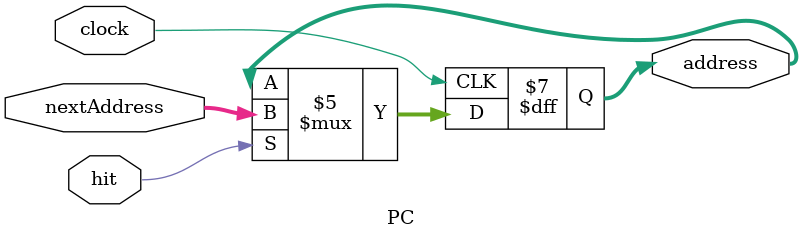
<source format=v>
`timescale 1ns / 1ps

 module PC(address, nextAddress, clock, hit);
 
	input [31:0] nextAddress;
	input clock;
	input hit;
	
	output reg[31:0] address = 0;
	
	always @(negedge clock) 
		  begin
				if(hit == 1)
					address = nextAddress;
				
		 end

endmodule

</source>
